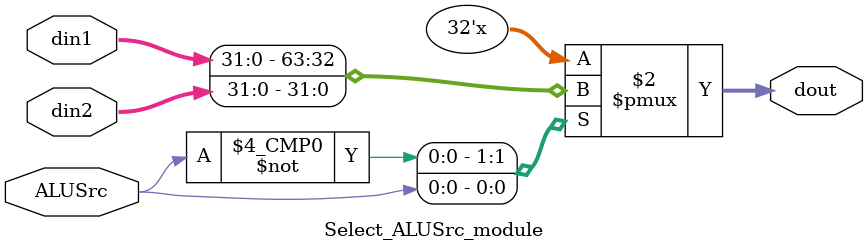
<source format=v>
module Select_ALUSrc_module(din1, din2, dout, ALUSrc);
    input [31:0]din1, din2;
    input ALUSrc;
    output [31:0]dout;
    reg [31:0]dout;
    always @ (*)
    case(ALUSrc)
    1'b0: dout = din1;
    1'b1: dout = din2;
    endcase
endmodule
</source>
